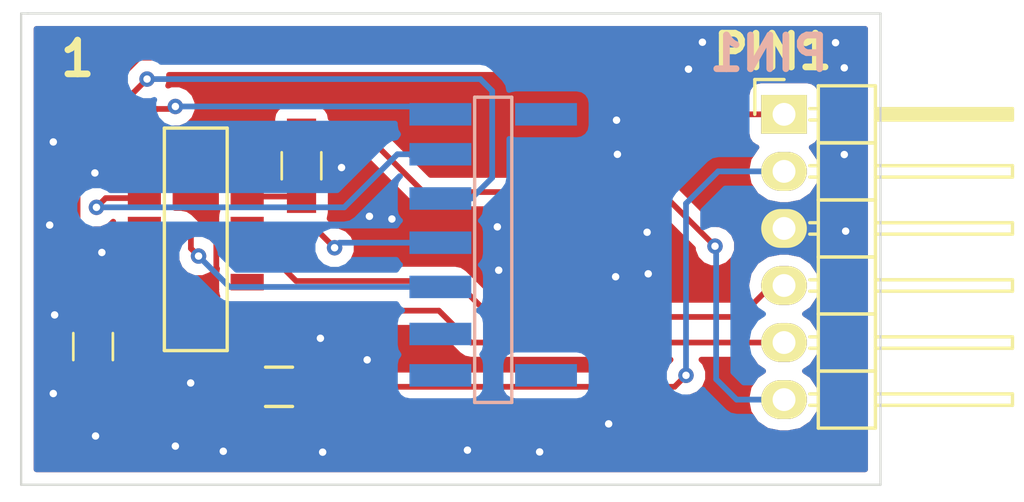
<source format=kicad_pcb>
(kicad_pcb (version 4) (host pcbnew "(2015-09-06 BZR 6161, Git 6b3ff2d)-product")

  (general
    (links 22)
    (no_connects 0)
    (area 29.794999 128.219999 81.330001 179.120001)
    (thickness 1.6)
    (drawings 8)
    (tracks 213)
    (zones 0)
    (modules 6)
    (nets 21)
  )

  (page A4)
  (layers
    (0 F.Cu signal)
    (31 B.Cu signal)
    (32 B.Adhes user)
    (33 F.Adhes user)
    (34 B.Paste user)
    (35 F.Paste user)
    (36 B.SilkS user)
    (37 F.SilkS user)
    (38 B.Mask user)
    (39 F.Mask user)
    (40 Dwgs.User user)
    (41 Cmts.User user)
    (42 Eco1.User user)
    (43 Eco2.User user)
    (44 Edge.Cuts user)
    (45 Margin user)
    (46 B.CrtYd user)
    (47 F.CrtYd user)
    (48 B.Fab user)
    (49 F.Fab user)
  )

  (setup
    (last_trace_width 0.254)
    (trace_clearance 0.254)
    (zone_clearance 0.508)
    (zone_45_only yes)
    (trace_min 0.2)
    (segment_width 0.2)
    (edge_width 0.1)
    (via_size 0.6858)
    (via_drill 0.3302)
    (via_min_size 0.4)
    (via_min_drill 0.3)
    (uvia_size 0.6858)
    (uvia_drill 0.3302)
    (uvias_allowed no)
    (uvia_min_size 0.2)
    (uvia_min_drill 0.1)
    (pcb_text_width 0.3)
    (pcb_text_size 1.5 1.5)
    (mod_edge_width 0.15)
    (mod_text_size 1 1)
    (mod_text_width 0.15)
    (pad_size 1.6 1.6)
    (pad_drill 0.8)
    (pad_to_mask_clearance 0)
    (aux_axis_origin 0 0)
    (visible_elements 7FFFFF7F)
    (pcbplotparams
      (layerselection 0x010f0_80000001)
      (usegerberextensions false)
      (excludeedgelayer true)
      (linewidth 0.100000)
      (plotframeref false)
      (viasonmask false)
      (mode 1)
      (useauxorigin false)
      (hpglpennumber 1)
      (hpglpenspeed 20)
      (hpglpendiameter 15)
      (hpglpenoverlay 2)
      (psnegative false)
      (psa4output false)
      (plotreference true)
      (plotvalue true)
      (plotinvisibletext false)
      (padsonsilk false)
      (subtractmaskfromsilk false)
      (outputformat 1)
      (mirror false)
      (drillshape 0)
      (scaleselection 1)
      (outputdirectory Gbr/))
  )

  (net 0 "")
  (net 1 "Net-(J1-Pad1)")
  (net 2 /JTAG_TMS)
  (net 3 /JTAG_TCK)
  (net 4 /JTAG_TDO)
  (net 5 /JTAG_TDI)
  (net 6 "Net-(J1-Pad12)")
  (net 7 "Net-(J1-Pad13)")
  (net 8 "Net-(J1-Pad14)")
  (net 9 GNDREF)
  (net 10 "Net-(J2-Pad6)")
  (net 11 "Net-(J2-Pad9)")
  (net 12 "Net-(J2-Pad12)")
  (net 13 /PIC_DRIVES_JTAG)
  (net 14 /VPP/~MCLR)
  (net 15 /VDDTarget)
  (net 16 /ICSPDAT/PGD)
  (net 17 /LVP)
  (net 18 /VCC_3V3)
  (net 19 /VCC_AUX)
  (net 20 /ICDPCLK/PGC)

  (net_class Default "This is the default net class."
    (clearance 0.254)
    (trace_width 0.254)
    (via_dia 0.6858)
    (via_drill 0.3302)
    (uvia_dia 0.6858)
    (uvia_drill 0.3302)
    (add_net /ICDPCLK/PGC)
    (add_net /ICSPDAT/PGD)
    (add_net /JTAG_TCK)
    (add_net /JTAG_TDI)
    (add_net /JTAG_TDO)
    (add_net /JTAG_TMS)
    (add_net /LVP)
    (add_net /PIC_DRIVES_JTAG)
    (add_net /VCC_3V3)
    (add_net /VCC_AUX)
    (add_net /VDDTarget)
    (add_net /VPP/~MCLR)
    (add_net GNDREF)
    (add_net "Net-(J1-Pad1)")
    (add_net "Net-(J1-Pad12)")
    (add_net "Net-(J1-Pad13)")
    (add_net "Net-(J1-Pad14)")
    (add_net "Net-(J2-Pad12)")
    (add_net "Net-(J2-Pad6)")
    (add_net "Net-(J2-Pad9)")
  )

  (module Resistors_SMD:R_0805_HandSoldering (layer F.Cu) (tedit 5BAD3CAB) (tstamp 5B44C67D)
    (at 91.48 147.47 270)
    (descr "Resistor SMD 0805, hand soldering")
    (tags "resistor 0805")
    (path /5B3419D1)
    (attr smd)
    (fp_text reference R1 (at 0 -1.7 270) (layer F.SilkS) hide
      (effects (font (size 1 1) (thickness 0.15)))
    )
    (fp_text value R (at 0 1.75 270) (layer F.Fab) hide
      (effects (font (size 1 1) (thickness 0.15)))
    )
    (fp_text user %R (at 0 0 270) (layer F.Fab) hide
      (effects (font (size 0.5 0.5) (thickness 0.075)))
    )
    (fp_line (start -1 0.62) (end -1 -0.62) (layer F.Fab) (width 0.1))
    (fp_line (start 1 0.62) (end -1 0.62) (layer F.Fab) (width 0.1))
    (fp_line (start 1 -0.62) (end 1 0.62) (layer F.Fab) (width 0.1))
    (fp_line (start -1 -0.62) (end 1 -0.62) (layer F.Fab) (width 0.1))
    (fp_line (start 0.6 0.88) (end -0.6 0.88) (layer F.SilkS) (width 0.12))
    (fp_line (start -0.6 -0.88) (end 0.6 -0.88) (layer F.SilkS) (width 0.12))
    (fp_line (start -2.35 -0.9) (end 2.35 -0.9) (layer F.CrtYd) (width 0.05))
    (fp_line (start -2.35 -0.9) (end -2.35 0.9) (layer F.CrtYd) (width 0.05))
    (fp_line (start 2.35 0.9) (end 2.35 -0.9) (layer F.CrtYd) (width 0.05))
    (fp_line (start 2.35 0.9) (end -2.35 0.9) (layer F.CrtYd) (width 0.05))
    (pad 1 smd rect (at -1.35 0 270) (size 1.5 1.3) (layers F.Cu F.Paste F.Mask)
      (net 13 /PIC_DRIVES_JTAG))
    (pad 2 smd rect (at 1.35 0 270) (size 1.5 1.3) (layers F.Cu F.Paste F.Mask)
      (net 9 GNDREF))
    (model ${KISYS3DMOD}/Resistors_SMD.3dshapes/R_0805.wrl
      (at (xyz 0 0 0))
      (scale (xyz 1 1 1))
      (rotate (xyz 0 0 0))
    )
  )

  (module Resistors_SMD:R_0805_HandSoldering (layer F.Cu) (tedit 5BAD3CA0) (tstamp 5B44C689)
    (at 100.75 139.42 270)
    (descr "Resistor SMD 0805, hand soldering")
    (tags "resistor 0805")
    (path /5B3BF22D)
    (attr smd)
    (fp_text reference R3 (at 0 -1.7 270) (layer F.SilkS) hide
      (effects (font (size 1 1) (thickness 0.15)))
    )
    (fp_text value R (at -6.31 -2.4 270) (layer F.Fab) hide
      (effects (font (size 1 1) (thickness 0.15)))
    )
    (fp_text user %R (at 0 0 270) (layer F.Fab) hide
      (effects (font (size 0.5 0.5) (thickness 0.075)))
    )
    (fp_line (start -1 0.62) (end -1 -0.62) (layer F.Fab) (width 0.1))
    (fp_line (start 1 0.62) (end -1 0.62) (layer F.Fab) (width 0.1))
    (fp_line (start 1 -0.62) (end 1 0.62) (layer F.Fab) (width 0.1))
    (fp_line (start -1 -0.62) (end 1 -0.62) (layer F.Fab) (width 0.1))
    (fp_line (start 0.6 0.88) (end -0.6 0.88) (layer F.SilkS) (width 0.12))
    (fp_line (start -0.6 -0.88) (end 0.6 -0.88) (layer F.SilkS) (width 0.12))
    (fp_line (start -2.35 -0.9) (end 2.35 -0.9) (layer F.CrtYd) (width 0.05))
    (fp_line (start -2.35 -0.9) (end -2.35 0.9) (layer F.CrtYd) (width 0.05))
    (fp_line (start 2.35 0.9) (end 2.35 -0.9) (layer F.CrtYd) (width 0.05))
    (fp_line (start 2.35 0.9) (end -2.35 0.9) (layer F.CrtYd) (width 0.05))
    (pad 1 smd rect (at -1.35 0 270) (size 1.5 1.3) (layers F.Cu F.Paste F.Mask)
      (net 17 /LVP))
    (pad 2 smd rect (at 1.35 0 270) (size 1.5 1.3) (layers F.Cu F.Paste F.Mask)
      (net 10 "Net-(J2-Pad6)"))
    (model ${KISYS3DMOD}/Resistors_SMD.3dshapes/R_0805.wrl
      (at (xyz 0 0 0))
      (scale (xyz 1 1 1))
      (rotate (xyz 0 0 0))
    )
  )

  (module Parts:930853 (layer F.Cu) (tedit 5BAD3C80) (tstamp 5B44C629)
    (at 98.46 138.25 270)
    (path /5B3A3385)
    (fp_text reference J2 (at 4.191 6.731 270) (layer F.SilkS) hide
      (effects (font (thickness 0.254)))
    )
    (fp_text value 930853 (at 11.38 -3.75 270) (layer F.Fab) hide
      (effects (font (size 1 1) (thickness 0.15)))
    )
    (fp_line (start -0.508 1.016) (end 9.398 1.016) (layer F.SilkS) (width 0.15))
    (fp_line (start 9.398 1.016) (end 9.398 3.81) (layer F.SilkS) (width 0.15))
    (fp_line (start 9.398 3.81) (end -0.508 3.81) (layer F.SilkS) (width 0.15))
    (fp_line (start -0.508 3.81) (end -0.508 1.016) (layer F.SilkS) (width 0.15))
    (pad 1 smd rect (at 0 4.699 270) (size 0.7366 1.4732) (layers F.Cu F.Paste F.Mask)
      (net 19 /VCC_AUX))
    (pad 2 smd rect (at 0 0.127 270) (size 0.7366 1.4732) (layers F.Cu F.Paste F.Mask)
      (net 9 GNDREF))
    (pad 3 smd rect (at 1.27 4.699 270) (size 0.7366 1.4732) (layers F.Cu F.Paste F.Mask)
      (net 3 /JTAG_TCK))
    (pad 4 smd rect (at 1.27 0.127 270) (size 0.7366 1.4732) (layers F.Cu F.Paste F.Mask)
      (net 9 GNDREF))
    (pad 6 smd rect (at 2.54 0.127 270) (size 0.7366 1.4732) (layers F.Cu F.Paste F.Mask)
      (net 10 "Net-(J2-Pad6)"))
    (pad 5 smd rect (at 2.54 4.699 270) (size 0.7366 1.4732) (layers F.Cu F.Paste F.Mask)
      (net 2 /JTAG_TMS))
    (pad 8 smd rect (at 3.81 0.127 270) (size 0.7366 1.4732) (layers F.Cu F.Paste F.Mask)
      (net 4 /JTAG_TDO))
    (pad 7 smd rect (at 3.81 4.699 270) (size 0.7366 1.4732) (layers F.Cu F.Paste F.Mask)
      (net 5 /JTAG_TDI))
    (pad 10 smd rect (at 5.08 0.127 270) (size 0.7366 1.4732) (layers F.Cu F.Paste F.Mask)
      (net 16 /ICSPDAT/PGD))
    (pad 9 smd rect (at 5.08 4.699 270) (size 0.7366 1.4732) (layers F.Cu F.Paste F.Mask)
      (net 11 "Net-(J2-Pad9)"))
    (pad 12 smd rect (at 6.35 0.127 270) (size 0.7366 1.4732) (layers F.Cu F.Paste F.Mask)
      (net 12 "Net-(J2-Pad12)"))
    (pad 11 smd rect (at 6.35 4.699 270) (size 0.7366 1.4732) (layers F.Cu F.Paste F.Mask)
      (net 14 /VPP/~MCLR))
    (pad 14 smd rect (at 7.62 0.127 270) (size 0.7366 1.4732) (layers F.Cu F.Paste F.Mask)
      (net 20 /ICDPCLK/PGC))
    (pad 13 smd rect (at 7.62 4.699 270) (size 0.7366 1.4732) (layers F.Cu F.Paste F.Mask)
      (net 13 /PIC_DRIVES_JTAG))
    (pad 16 smd rect (at 8.89 0.127 270) (size 0.7366 1.4732) (layers F.Cu F.Paste F.Mask)
      (net 18 /VCC_3V3))
    (pad 15 smd rect (at 8.89 4.699 270) (size 0.7366 1.4732) (layers F.Cu F.Paste F.Mask)
      (net 9 GNDREF))
  )

  (module Parts:930241 (layer B.Cu) (tedit 5BAD3C8B) (tstamp 5B44C615)
    (at 107.18 137.13 270)
    (path /5B3ACCAD)
    (fp_text reference J1 (at 6.477 -7.493 270) (layer B.SilkS) hide
      (effects (font (thickness 0.254)) (justify mirror))
    )
    (fp_text value 930241 (at 6.858 2.794 270) (layer B.Fab)
      (effects (font (size 1 1) (thickness 0.15)) (justify mirror))
    )
    (fp_line (start -0.762 -1.397) (end -0.762 -2.921) (layer B.SilkS) (width 0.15))
    (fp_line (start -0.762 -2.921) (end 12.827 -2.921) (layer B.SilkS) (width 0.15))
    (fp_line (start 12.827 -2.921) (end 12.827 -1.27) (layer B.SilkS) (width 0.15))
    (fp_line (start 12.827 -1.27) (end -0.762 -1.27) (layer B.SilkS) (width 0.15))
    (fp_line (start -0.762 -1.27) (end -0.762 -1.397) (layer B.SilkS) (width 0.15))
    (pad 1 smd rect (at 0 -4.445 270) (size 1 2.75) (layers B.Cu B.Paste B.Mask)
      (net 1 "Net-(J1-Pad1)"))
    (pad 2 smd rect (at 0 0.254 270) (size 1 2.75) (layers B.Cu B.Paste B.Mask)
      (net 19 /VCC_AUX))
    (pad 4 smd rect (at 1.778 0.254 270) (size 1 2.75) (layers B.Cu B.Paste B.Mask)
      (net 2 /JTAG_TMS))
    (pad 3 smd rect (at 1.778 -4.445 270) (size 1 2.75) (layers B.Cu B.Paste B.Mask)
      (net 9 GNDREF))
    (pad 6 smd rect (at 3.7465 0.254 270) (size 1 2.75) (layers B.Cu B.Paste B.Mask)
      (net 3 /JTAG_TCK))
    (pad 5 smd rect (at 3.7465 -4.445 270) (size 1 2.75) (layers B.Cu B.Paste B.Mask)
      (net 9 GNDREF))
    (pad 8 smd rect (at 5.715 0.254 270) (size 1 2.75) (layers B.Cu B.Paste B.Mask)
      (net 4 /JTAG_TDO))
    (pad 7 smd rect (at 5.715 -4.445 270) (size 1 2.75) (layers B.Cu B.Paste B.Mask)
      (net 9 GNDREF))
    (pad 10 smd rect (at 7.6835 0.254 270) (size 1 2.75) (layers B.Cu B.Paste B.Mask)
      (net 5 /JTAG_TDI))
    (pad 9 smd rect (at 7.6835 -4.445 270) (size 1 2.75) (layers B.Cu B.Paste B.Mask)
      (net 9 GNDREF))
    (pad 12 smd rect (at 9.779 0.254 270) (size 1 2.75) (layers B.Cu B.Paste B.Mask)
      (net 6 "Net-(J1-Pad12)"))
    (pad 11 smd rect (at 9.652 -4.445 270) (size 1 2.75) (layers B.Cu B.Paste B.Mask)
      (net 9 GNDREF))
    (pad 14 smd rect (at 11.6205 0.254 270) (size 1 2.75) (layers B.Cu B.Paste B.Mask)
      (net 8 "Net-(J1-Pad14)"))
    (pad 13 smd rect (at 11.6205 -4.445 270) (size 1 2.75) (layers B.Cu B.Paste B.Mask)
      (net 7 "Net-(J1-Pad13)"))
  )

  (module Resistors_SMD:R_0805_HandSoldering (layer F.Cu) (tedit 5BAD3C83) (tstamp 5BAD3560)
    (at 99.75 149.26)
    (descr "Resistor SMD 0805, hand soldering")
    (tags "resistor 0805")
    (path /5BAD4019)
    (attr smd)
    (fp_text reference R2 (at 0 -2.1) (layer F.SilkS) hide
      (effects (font (size 1 1) (thickness 0.15)))
    )
    (fp_text value R (at 1.5 -16.1) (layer F.Fab) hide
      (effects (font (size 1 1) (thickness 0.15)))
    )
    (fp_line (start -2.4 -1) (end 2.4 -1) (layer F.CrtYd) (width 0.05))
    (fp_line (start -2.4 1) (end 2.4 1) (layer F.CrtYd) (width 0.05))
    (fp_line (start -2.4 -1) (end -2.4 1) (layer F.CrtYd) (width 0.05))
    (fp_line (start 2.4 -1) (end 2.4 1) (layer F.CrtYd) (width 0.05))
    (fp_line (start 0.6 0.875) (end -0.6 0.875) (layer F.SilkS) (width 0.15))
    (fp_line (start -0.6 -0.875) (end 0.6 -0.875) (layer F.SilkS) (width 0.15))
    (pad 1 smd rect (at -1.35 0) (size 1.5 1.3) (layers F.Cu F.Paste F.Mask)
      (net 18 /VCC_3V3))
    (pad 2 smd rect (at 1.35 0) (size 1.5 1.3) (layers F.Cu F.Paste F.Mask)
      (net 15 /VDDTarget))
    (model Resistors_SMD.3dshapes/R_0805_HandSoldering.wrl
      (at (xyz 0 0 0))
      (scale (xyz 1 1 1))
      (rotate (xyz 0 0 0))
    )
  )

  (module Pin_Headers:Pin_Header_Angled_1x06 (layer F.Cu) (tedit 5BAD3C46) (tstamp 5BAD3675)
    (at 122.21 137.13)
    (descr "Through hole pin header")
    (tags "pin header")
    (path /5BAD3716)
    (fp_text reference J3 (at 0 -5.1) (layer F.SilkS) hide
      (effects (font (size 1 1) (thickness 0.15)))
    )
    (fp_text value 6PINHEADER (at 0 -3.1) (layer F.Fab) hide
      (effects (font (size 1 1) (thickness 0.15)))
    )
    (fp_line (start -1.5 -1.75) (end -1.5 14.45) (layer F.CrtYd) (width 0.05))
    (fp_line (start 10.65 -1.75) (end 10.65 14.45) (layer F.CrtYd) (width 0.05))
    (fp_line (start -1.5 -1.75) (end 10.65 -1.75) (layer F.CrtYd) (width 0.05))
    (fp_line (start -1.5 14.45) (end 10.65 14.45) (layer F.CrtYd) (width 0.05))
    (fp_line (start -1.3 -1.55) (end -1.3 0) (layer F.SilkS) (width 0.15))
    (fp_line (start 0 -1.55) (end -1.3 -1.55) (layer F.SilkS) (width 0.15))
    (fp_line (start 4.191 -0.127) (end 10.033 -0.127) (layer F.SilkS) (width 0.15))
    (fp_line (start 10.033 -0.127) (end 10.033 0.127) (layer F.SilkS) (width 0.15))
    (fp_line (start 10.033 0.127) (end 4.191 0.127) (layer F.SilkS) (width 0.15))
    (fp_line (start 4.191 0.127) (end 4.191 0) (layer F.SilkS) (width 0.15))
    (fp_line (start 4.191 0) (end 10.033 0) (layer F.SilkS) (width 0.15))
    (fp_line (start 1.524 -0.254) (end 1.143 -0.254) (layer F.SilkS) (width 0.15))
    (fp_line (start 1.524 0.254) (end 1.143 0.254) (layer F.SilkS) (width 0.15))
    (fp_line (start 1.524 2.286) (end 1.143 2.286) (layer F.SilkS) (width 0.15))
    (fp_line (start 1.524 2.794) (end 1.143 2.794) (layer F.SilkS) (width 0.15))
    (fp_line (start 1.524 4.826) (end 1.143 4.826) (layer F.SilkS) (width 0.15))
    (fp_line (start 1.524 5.334) (end 1.143 5.334) (layer F.SilkS) (width 0.15))
    (fp_line (start 1.524 12.954) (end 1.143 12.954) (layer F.SilkS) (width 0.15))
    (fp_line (start 1.524 12.446) (end 1.143 12.446) (layer F.SilkS) (width 0.15))
    (fp_line (start 1.524 10.414) (end 1.143 10.414) (layer F.SilkS) (width 0.15))
    (fp_line (start 1.524 9.906) (end 1.143 9.906) (layer F.SilkS) (width 0.15))
    (fp_line (start 1.524 7.874) (end 1.143 7.874) (layer F.SilkS) (width 0.15))
    (fp_line (start 1.524 7.366) (end 1.143 7.366) (layer F.SilkS) (width 0.15))
    (fp_line (start 1.524 -1.27) (end 4.064 -1.27) (layer F.SilkS) (width 0.15))
    (fp_line (start 1.524 1.27) (end 4.064 1.27) (layer F.SilkS) (width 0.15))
    (fp_line (start 1.524 1.27) (end 1.524 3.81) (layer F.SilkS) (width 0.15))
    (fp_line (start 1.524 3.81) (end 4.064 3.81) (layer F.SilkS) (width 0.15))
    (fp_line (start 4.064 2.286) (end 10.16 2.286) (layer F.SilkS) (width 0.15))
    (fp_line (start 10.16 2.286) (end 10.16 2.794) (layer F.SilkS) (width 0.15))
    (fp_line (start 10.16 2.794) (end 4.064 2.794) (layer F.SilkS) (width 0.15))
    (fp_line (start 4.064 3.81) (end 4.064 1.27) (layer F.SilkS) (width 0.15))
    (fp_line (start 4.064 1.27) (end 4.064 -1.27) (layer F.SilkS) (width 0.15))
    (fp_line (start 10.16 0.254) (end 4.064 0.254) (layer F.SilkS) (width 0.15))
    (fp_line (start 10.16 -0.254) (end 10.16 0.254) (layer F.SilkS) (width 0.15))
    (fp_line (start 4.064 -0.254) (end 10.16 -0.254) (layer F.SilkS) (width 0.15))
    (fp_line (start 1.524 1.27) (end 4.064 1.27) (layer F.SilkS) (width 0.15))
    (fp_line (start 1.524 -1.27) (end 1.524 1.27) (layer F.SilkS) (width 0.15))
    (fp_line (start 1.524 8.89) (end 4.064 8.89) (layer F.SilkS) (width 0.15))
    (fp_line (start 1.524 8.89) (end 1.524 11.43) (layer F.SilkS) (width 0.15))
    (fp_line (start 1.524 11.43) (end 4.064 11.43) (layer F.SilkS) (width 0.15))
    (fp_line (start 4.064 9.906) (end 10.16 9.906) (layer F.SilkS) (width 0.15))
    (fp_line (start 10.16 9.906) (end 10.16 10.414) (layer F.SilkS) (width 0.15))
    (fp_line (start 10.16 10.414) (end 4.064 10.414) (layer F.SilkS) (width 0.15))
    (fp_line (start 4.064 11.43) (end 4.064 8.89) (layer F.SilkS) (width 0.15))
    (fp_line (start 4.064 13.97) (end 4.064 11.43) (layer F.SilkS) (width 0.15))
    (fp_line (start 10.16 12.954) (end 4.064 12.954) (layer F.SilkS) (width 0.15))
    (fp_line (start 10.16 12.446) (end 10.16 12.954) (layer F.SilkS) (width 0.15))
    (fp_line (start 4.064 12.446) (end 10.16 12.446) (layer F.SilkS) (width 0.15))
    (fp_line (start 1.524 13.97) (end 4.064 13.97) (layer F.SilkS) (width 0.15))
    (fp_line (start 1.524 11.43) (end 1.524 13.97) (layer F.SilkS) (width 0.15))
    (fp_line (start 1.524 11.43) (end 4.064 11.43) (layer F.SilkS) (width 0.15))
    (fp_line (start 1.524 6.35) (end 4.064 6.35) (layer F.SilkS) (width 0.15))
    (fp_line (start 1.524 6.35) (end 1.524 8.89) (layer F.SilkS) (width 0.15))
    (fp_line (start 1.524 8.89) (end 4.064 8.89) (layer F.SilkS) (width 0.15))
    (fp_line (start 4.064 7.366) (end 10.16 7.366) (layer F.SilkS) (width 0.15))
    (fp_line (start 10.16 7.366) (end 10.16 7.874) (layer F.SilkS) (width 0.15))
    (fp_line (start 10.16 7.874) (end 4.064 7.874) (layer F.SilkS) (width 0.15))
    (fp_line (start 4.064 8.89) (end 4.064 6.35) (layer F.SilkS) (width 0.15))
    (fp_line (start 4.064 6.35) (end 4.064 3.81) (layer F.SilkS) (width 0.15))
    (fp_line (start 10.16 5.334) (end 4.064 5.334) (layer F.SilkS) (width 0.15))
    (fp_line (start 10.16 4.826) (end 10.16 5.334) (layer F.SilkS) (width 0.15))
    (fp_line (start 4.064 4.826) (end 10.16 4.826) (layer F.SilkS) (width 0.15))
    (fp_line (start 1.524 6.35) (end 4.064 6.35) (layer F.SilkS) (width 0.15))
    (fp_line (start 1.524 3.81) (end 1.524 6.35) (layer F.SilkS) (width 0.15))
    (fp_line (start 1.524 3.81) (end 4.064 3.81) (layer F.SilkS) (width 0.15))
    (pad 1 thru_hole rect (at 0 0) (size 2.032 1.7272) (drill 1.016) (layers *.Cu *.Mask F.SilkS)
      (net 14 /VPP/~MCLR))
    (pad 2 thru_hole oval (at 0 2.54) (size 2.032 1.7272) (drill 1.016) (layers *.Cu *.Mask F.SilkS)
      (net 15 /VDDTarget))
    (pad 3 thru_hole oval (at 0 5.08) (size 2.032 1.7272) (drill 1.016) (layers *.Cu *.Mask F.SilkS)
      (net 9 GNDREF))
    (pad 4 thru_hole oval (at 0 7.62) (size 2.032 1.7272) (drill 1.016) (layers *.Cu *.Mask F.SilkS)
      (net 16 /ICSPDAT/PGD))
    (pad 5 thru_hole oval (at 0 10.16) (size 2.032 1.7272) (drill 1.016) (layers *.Cu *.Mask F.SilkS)
      (net 20 /ICDPCLK/PGC))
    (pad 6 thru_hole oval (at 0 12.7) (size 2.032 1.7272) (drill 1.016) (layers *.Cu *.Mask F.SilkS)
      (net 17 /LVP))
    (model Pin_Headers.3dshapes/Pin_Header_Angled_1x06.wrl
      (at (xyz 0 -0.25 0))
      (scale (xyz 1 1 1))
      (rotate (xyz 0 0 90))
    )
  )

  (gr_text 1 (at 90.79 134.65) (layer F.SilkS)
    (effects (font (size 1.5 1.5) (thickness 0.3)))
  )
  (gr_text PIN1 (at 121.54 134.42) (layer B.SilkS)
    (effects (font (size 1.5 1.5) (thickness 0.3)) (justify mirror))
  )
  (gr_text PIN1 (at 121.71 134.34) (layer F.SilkS)
    (effects (font (size 1.5 1.5) (thickness 0.3)))
  )
  (gr_line (start 88.28 132.64) (end 88.63 132.64) (angle 90) (layer Edge.Cuts) (width 0.1))
  (gr_line (start 88.28 153.62) (end 88.28 132.64) (angle 90) (layer Edge.Cuts) (width 0.1))
  (gr_line (start 126.5 153.62) (end 88.28 153.62) (angle 90) (layer Edge.Cuts) (width 0.1))
  (gr_line (start 126.5 132.64) (end 126.5 153.62) (angle 90) (layer Edge.Cuts) (width 0.1))
  (gr_line (start 88.54 132.64) (end 126.5 132.64) (angle 90) (layer Edge.Cuts) (width 0.1))

  (segment (start 106.926 138.908) (end 105.012 138.908) (width 0.254) (layer B.Cu) (net 2))
  (segment (start 92.04 140.86) (end 93.691 140.86) (width 0.254) (layer F.Cu) (net 2) (tstamp 5BAD3A80))
  (segment (start 91.63 141.27) (end 92.04 140.86) (width 0.254) (layer F.Cu) (net 2) (tstamp 5BAD3A7F))
  (via (at 91.63 141.27) (size 0.6858) (drill 0.3302) (layers F.Cu B.Cu) (net 2))
  (segment (start 102.65 141.27) (end 91.63 141.27) (width 0.254) (layer B.Cu) (net 2) (tstamp 5BAD3A77))
  (segment (start 105.012 138.908) (end 102.65 141.27) (width 0.254) (layer B.Cu) (net 2) (tstamp 5BAD3A6E))
  (segment (start 93.691 140.86) (end 93.761 140.79) (width 0.254) (layer F.Cu) (net 2) (tstamp 5BAD3A81))
  (segment (start 106.926 140.8765) (end 108.3035 140.8765) (width 0.254) (layer B.Cu) (net 3))
  (segment (start 92.54 139.52) (end 93.761 139.52) (width 0.254) (layer F.Cu) (net 3) (tstamp 5BAD3AD0))
  (segment (start 92.24 139.22) (end 92.54 139.52) (width 0.254) (layer F.Cu) (net 3) (tstamp 5BAD3ACC))
  (segment (start 92.24 137.2) (end 92.24 139.22) (width 0.254) (layer F.Cu) (net 3) (tstamp 5BAD3ACA))
  (segment (start 93.88 135.56) (end 92.24 137.2) (width 0.254) (layer F.Cu) (net 3) (tstamp 5BAD3AC9))
  (via (at 93.88 135.56) (size 0.6858) (drill 0.3302) (layers F.Cu B.Cu) (net 3))
  (segment (start 108.7 135.56) (end 93.88 135.56) (width 0.254) (layer B.Cu) (net 3) (tstamp 5BAD3AC2))
  (segment (start 109.23 136.09) (end 108.7 135.56) (width 0.254) (layer B.Cu) (net 3) (tstamp 5BAD3AC1))
  (segment (start 109.23 139.95) (end 109.23 136.09) (width 0.254) (layer B.Cu) (net 3) (tstamp 5BAD3ABE))
  (segment (start 108.3035 140.8765) (end 109.23 139.95) (width 0.254) (layer B.Cu) (net 3) (tstamp 5BAD3ABC))
  (segment (start 106.926 142.845) (end 102.445 142.845) (width 0.254) (layer B.Cu) (net 4))
  (segment (start 101.21 142.06) (end 98.333 142.06) (width 0.254) (layer F.Cu) (net 4) (tstamp 5BAD3B3D))
  (segment (start 102.22 143.07) (end 101.21 142.06) (width 0.254) (layer F.Cu) (net 4) (tstamp 5BAD3B3C))
  (via (at 102.22 143.07) (size 0.6858) (drill 0.3302) (layers F.Cu B.Cu) (net 4))
  (segment (start 102.445 142.845) (end 102.22 143.07) (width 0.254) (layer B.Cu) (net 4) (tstamp 5BAD3B37))
  (segment (start 106.926 144.8135) (end 97.5435 144.8135) (width 0.254) (layer B.Cu) (net 5))
  (segment (start 95.4 142.06) (end 93.761 142.06) (width 0.254) (layer F.Cu) (net 5) (tstamp 5BAD38F1))
  (segment (start 95.83 142.49) (end 95.4 142.06) (width 0.254) (layer F.Cu) (net 5) (tstamp 5BAD38EB))
  (segment (start 95.83 143.1) (end 95.83 142.49) (width 0.254) (layer F.Cu) (net 5) (tstamp 5BAD38E9))
  (segment (start 96.17 143.44) (end 95.83 143.1) (width 0.254) (layer F.Cu) (net 5) (tstamp 5BAD38E8))
  (via (at 96.17 143.44) (size 0.6858) (drill 0.3302) (layers F.Cu B.Cu) (net 5))
  (segment (start 97.5435 144.8135) (end 96.17 143.44) (width 0.254) (layer B.Cu) (net 5) (tstamp 5BAD38E1))
  (segment (start 114.72 144.36) (end 109.81 144.36) (width 0.254) (layer F.Cu) (net 9))
  (via (at 102.53 139.5) (size 0.6858) (drill 0.3302) (layers F.Cu B.Cu) (net 9))
  (segment (start 102.53 140.43) (end 102.53 139.5) (width 0.254) (layer F.Cu) (net 9) (tstamp 5BAD3FB2))
  (segment (start 103.77 141.67) (end 102.53 140.43) (width 0.254) (layer F.Cu) (net 9) (tstamp 5BAD3FB1))
  (via (at 103.77 141.67) (size 0.6858) (drill 0.3302) (layers F.Cu B.Cu) (net 9))
  (segment (start 104.65 141.67) (end 103.77 141.67) (width 0.254) (layer B.Cu) (net 9) (tstamp 5BAD3FAF))
  (segment (start 104.77 141.79) (end 104.65 141.67) (width 0.254) (layer B.Cu) (net 9) (tstamp 5BAD3FAE))
  (via (at 104.77 141.79) (size 0.6858) (drill 0.3302) (layers F.Cu B.Cu) (net 9))
  (segment (start 109.11 141.79) (end 104.77 141.79) (width 0.254) (layer F.Cu) (net 9) (tstamp 5BAD3FAC))
  (segment (start 109.46 142.14) (end 109.11 141.79) (width 0.254) (layer F.Cu) (net 9) (tstamp 5BAD3FAB))
  (via (at 109.46 142.14) (size 0.6858) (drill 0.3302) (layers F.Cu B.Cu) (net 9))
  (segment (start 109.46 144.01) (end 109.46 142.14) (width 0.254) (layer B.Cu) (net 9) (tstamp 5BAD3FA9))
  (segment (start 109.52 144.07) (end 109.46 144.01) (width 0.254) (layer B.Cu) (net 9) (tstamp 5BAD3FA8))
  (via (at 109.52 144.07) (size 0.6858) (drill 0.3302) (layers F.Cu B.Cu) (net 9))
  (segment (start 109.81 144.36) (end 109.52 144.07) (width 0.254) (layer F.Cu) (net 9) (tstamp 5BAD3FA1))
  (segment (start 89.77 146.06) (end 89.77 144.71) (width 0.254) (layer B.Cu) (net 9))
  (segment (start 91.87 143.28) (end 91.89 143.3) (width 0.254) (layer F.Cu) (net 9) (tstamp 5BAD3F7A))
  (via (at 91.87 143.28) (size 0.6858) (drill 0.3302) (layers F.Cu B.Cu) (net 9))
  (segment (start 91.2 143.28) (end 91.87 143.28) (width 0.254) (layer B.Cu) (net 9) (tstamp 5BAD3F76))
  (segment (start 89.77 144.71) (end 91.2 143.28) (width 0.254) (layer B.Cu) (net 9) (tstamp 5BAD3F73))
  (segment (start 91.59 151.45) (end 91.59 151.44) (width 0.254) (layer B.Cu) (net 9))
  (segment (start 91.56 139.74) (end 91.56 139.88) (width 0.254) (layer F.Cu) (net 9) (tstamp 5BAD3F40))
  (via (at 91.56 139.74) (size 0.6858) (drill 0.3302) (layers F.Cu B.Cu) (net 9))
  (segment (start 91.09 139.74) (end 91.56 139.74) (width 0.254) (layer B.Cu) (net 9) (tstamp 5BAD3F3D))
  (segment (start 89.71 138.36) (end 91.09 139.74) (width 0.254) (layer B.Cu) (net 9) (tstamp 5BAD3F3C))
  (via (at 89.71 138.36) (size 0.6858) (drill 0.3302) (layers F.Cu B.Cu) (net 9))
  (segment (start 89.71 141.9) (end 89.71 138.36) (width 0.254) (layer F.Cu) (net 9) (tstamp 5BAD3F3A))
  (segment (start 89.55 142.06) (end 89.71 141.9) (width 0.254) (layer F.Cu) (net 9) (tstamp 5BAD3F39))
  (via (at 89.55 142.06) (size 0.6858) (drill 0.3302) (layers F.Cu B.Cu) (net 9))
  (segment (start 89.55 145.84) (end 89.55 142.06) (width 0.254) (layer B.Cu) (net 9) (tstamp 5BAD3F37))
  (segment (start 89.77 146.06) (end 89.55 145.84) (width 0.254) (layer B.Cu) (net 9) (tstamp 5BAD3F36))
  (via (at 89.77 146.06) (size 0.6858) (drill 0.3302) (layers F.Cu B.Cu) (net 9))
  (segment (start 89.77 149.5) (end 89.77 146.06) (width 0.254) (layer F.Cu) (net 9) (tstamp 5BAD3F34))
  (segment (start 89.71 149.56) (end 89.77 149.5) (width 0.254) (layer F.Cu) (net 9) (tstamp 5BAD3F33))
  (via (at 89.71 149.56) (size 0.6858) (drill 0.3302) (layers F.Cu B.Cu) (net 9))
  (segment (start 91.59 151.44) (end 89.71 149.56) (width 0.254) (layer B.Cu) (net 9) (tstamp 5BAD3F30))
  (segment (start 114.8 138.91) (end 114.8 138.28) (width 0.254) (layer B.Cu) (net 9))
  (via (at 124.95 142.33) (size 0.6858) (drill 0.3302) (layers F.Cu B.Cu) (net 9))
  (segment (start 124.95 138.98) (end 124.95 142.33) (width 0.254) (layer F.Cu) (net 9) (tstamp 5BAD3F28))
  (segment (start 124.89 138.92) (end 124.95 138.98) (width 0.254) (layer F.Cu) (net 9) (tstamp 5BAD3F27))
  (via (at 124.89 138.92) (size 0.6858) (drill 0.3302) (layers F.Cu B.Cu) (net 9))
  (segment (start 124.89 135.06) (end 124.89 138.92) (width 0.254) (layer B.Cu) (net 9) (tstamp 5BAD3F24))
  (via (at 124.89 135.06) (size 0.6858) (drill 0.3302) (layers F.Cu B.Cu) (net 9))
  (segment (start 123.94 135.06) (end 124.89 135.06) (width 0.254) (layer F.Cu) (net 9) (tstamp 5BAD3F22))
  (segment (start 124.5 133.94) (end 123.94 135.06) (width 0.254) (layer F.Cu) (net 9) (tstamp 5BAD3F21))
  (via (at 124.5 133.94) (size 0.6858) (drill 0.3302) (layers F.Cu B.Cu) (net 9))
  (segment (start 118.7 134.04) (end 124.5 133.94) (width 0.254) (layer B.Cu) (net 9) (tstamp 5BAD3F1F))
  (segment (start 118.58 133.92) (end 118.7 134.04) (width 0.254) (layer B.Cu) (net 9) (tstamp 5BAD3F1E))
  (via (at 118.58 133.92) (size 0.6858) (drill 0.3302) (layers F.Cu B.Cu) (net 9))
  (segment (start 118.86 134.22) (end 118.58 133.92) (width 0.254) (layer F.Cu) (net 9) (tstamp 5BAD3F1C))
  (segment (start 117.96 135.12) (end 118.86 134.22) (width 0.254) (layer F.Cu) (net 9) (tstamp 5BAD3F1B))
  (via (at 117.96 135.12) (size 0.6858) (drill 0.3302) (layers F.Cu B.Cu) (net 9))
  (segment (start 114.8 138.28) (end 117.96 135.12) (width 0.254) (layer B.Cu) (net 9) (tstamp 5BAD3F17))
  (segment (start 105.22 150.91) (end 106.96 150.91) (width 0.254) (layer F.Cu) (net 9))
  (segment (start 112.59 150.91) (end 114.41 150.91) (width 0.254) (layer F.Cu) (net 9) (tstamp 5BAD3EB8))
  (segment (start 111.34 152.16) (end 112.59 150.91) (width 0.254) (layer F.Cu) (net 9) (tstamp 5BAD3EB7))
  (via (at 111.34 152.16) (size 0.6858) (drill 0.3302) (layers F.Cu B.Cu) (net 9))
  (segment (start 108.21 152.16) (end 111.34 152.16) (width 0.254) (layer B.Cu) (net 9) (tstamp 5BAD3EB5))
  (segment (start 108.13 152.08) (end 108.21 152.16) (width 0.254) (layer B.Cu) (net 9) (tstamp 5BAD3EB4))
  (via (at 108.13 152.08) (size 0.6858) (drill 0.3302) (layers F.Cu B.Cu) (net 9))
  (segment (start 106.96 150.91) (end 108.13 152.08) (width 0.254) (layer F.Cu) (net 9) (tstamp 5BAD3EB1))
  (segment (start 111.625 142.845) (end 114.785 142.845) (width 0.254) (layer B.Cu) (net 9))
  (segment (start 114.6165 140.8765) (end 111.625 140.8765) (width 0.254) (layer B.Cu) (net 9) (tstamp 5BAD3EA0))
  (segment (start 116.12 142.38) (end 114.6165 140.8765) (width 0.254) (layer B.Cu) (net 9) (tstamp 5BAD3E9F))
  (via (at 116.12 142.38) (size 0.6858) (drill 0.3302) (layers F.Cu B.Cu) (net 9))
  (segment (start 116.12 144.18) (end 116.12 142.38) (width 0.254) (layer F.Cu) (net 9) (tstamp 5BAD3E9D))
  (segment (start 116.17 144.23) (end 116.12 144.18) (width 0.254) (layer F.Cu) (net 9) (tstamp 5BAD3E9C))
  (via (at 116.17 144.23) (size 0.6858) (drill 0.3302) (layers F.Cu B.Cu) (net 9))
  (segment (start 114.785 142.845) (end 116.17 144.23) (width 0.254) (layer B.Cu) (net 9) (tstamp 5BAD3E93))
  (segment (start 114.83 142.65) (end 114.83 138.94) (width 0.254) (layer B.Cu) (net 9))
  (segment (start 113.242 138.908) (end 111.625 138.908) (width 0.254) (layer B.Cu) (net 9) (tstamp 5BAD3E81))
  (segment (start 114.76 137.39) (end 113.242 138.908) (width 0.254) (layer B.Cu) (net 9) (tstamp 5BAD3E80))
  (via (at 114.76 137.39) (size 0.6858) (drill 0.3302) (layers F.Cu B.Cu) (net 9))
  (segment (start 114.76 138.87) (end 114.76 137.39) (width 0.254) (layer F.Cu) (net 9) (tstamp 5BAD3E7D))
  (segment (start 114.8 138.91) (end 114.76 138.87) (width 0.254) (layer F.Cu) (net 9) (tstamp 5BAD3E7C))
  (via (at 114.8 138.91) (size 0.6858) (drill 0.3302) (layers F.Cu B.Cu) (net 9))
  (segment (start 114.83 138.94) (end 114.8 138.91) (width 0.254) (layer B.Cu) (net 9) (tstamp 5BAD3E79))
  (segment (start 111.48 144.89) (end 114.19 144.89) (width 0.254) (layer F.Cu) (net 9))
  (segment (start 114.83 144.25) (end 114.83 142.65) (width 0.254) (layer B.Cu) (net 9) (tstamp 5BAD3E6B))
  (segment (start 114.72 144.36) (end 114.83 144.25) (width 0.254) (layer B.Cu) (net 9) (tstamp 5BAD3E6A))
  (via (at 114.72 144.36) (size 0.6858) (drill 0.3302) (layers F.Cu B.Cu) (net 9))
  (segment (start 114.19 144.89) (end 114.72 144.36) (width 0.254) (layer F.Cu) (net 9) (tstamp 5BAD3E67))
  (via (at 101.59 147.1) (size 0.6858) (drill 0.3302) (layers F.Cu B.Cu) (net 9))
  (segment (start 101.59 147.1) (end 101.59 147.08) (width 0.254) (layer B.Cu) (net 9) (tstamp 5BAD3E25))
  (segment (start 97.27 152.13) (end 101.65 152.13) (width 0.254) (layer F.Cu) (net 9))
  (segment (start 102.71 147.1) (end 101.59 147.1) (width 0.254) (layer F.Cu) (net 9) (tstamp 5BAD3DFD))
  (segment (start 101.59 147.1) (end 101.42 147.1) (width 0.254) (layer F.Cu) (net 9) (tstamp 5BAD3E22))
  (segment (start 103.67 148.06) (end 102.71 147.1) (width 0.254) (layer F.Cu) (net 9) (tstamp 5BAD3DFC))
  (via (at 103.67 148.06) (size 0.6858) (drill 0.3302) (layers F.Cu B.Cu) (net 9))
  (segment (start 103.36 148.37) (end 103.67 148.06) (width 0.254) (layer B.Cu) (net 9) (tstamp 5BAD3DF8))
  (segment (start 103.36 150.5) (end 103.36 148.37) (width 0.254) (layer B.Cu) (net 9) (tstamp 5BAD3DF7))
  (segment (start 101.69 152.17) (end 103.36 150.5) (width 0.254) (layer B.Cu) (net 9) (tstamp 5BAD3DF6))
  (via (at 101.69 152.17) (size 0.6858) (drill 0.3302) (layers F.Cu B.Cu) (net 9))
  (segment (start 101.65 152.13) (end 101.69 152.17) (width 0.254) (layer F.Cu) (net 9) (tstamp 5BAD3DF0))
  (segment (start 93.42 148.82) (end 93.42 149.62) (width 0.254) (layer F.Cu) (net 9))
  (via (at 95.82 149.09) (size 0.6858) (drill 0.3302) (layers F.Cu B.Cu) (net 9))
  (segment (start 95.82 150.68) (end 95.82 149.09) (width 0.254) (layer B.Cu) (net 9) (tstamp 5BAD3DDA))
  (segment (start 97.27 152.13) (end 95.82 150.68) (width 0.254) (layer B.Cu) (net 9) (tstamp 5BAD3DD9))
  (via (at 97.27 152.13) (size 0.6858) (drill 0.3302) (layers F.Cu B.Cu) (net 9))
  (segment (start 95.37 152.13) (end 97.27 152.13) (width 0.254) (layer F.Cu) (net 9) (tstamp 5BAD3DD7))
  (segment (start 95.14 151.9) (end 95.37 152.13) (width 0.254) (layer F.Cu) (net 9) (tstamp 5BAD3DD6))
  (via (at 95.14 151.9) (size 0.6858) (drill 0.3302) (layers F.Cu B.Cu) (net 9))
  (segment (start 92.04 151.9) (end 95.14 151.9) (width 0.254) (layer B.Cu) (net 9) (tstamp 5BAD3DD4))
  (segment (start 91.59 151.45) (end 92.04 151.9) (width 0.254) (layer B.Cu) (net 9) (tstamp 5BAD3DD3))
  (via (at 91.59 151.45) (size 0.6858) (drill 0.3302) (layers F.Cu B.Cu) (net 9))
  (segment (start 93.42 149.62) (end 91.59 151.45) (width 0.254) (layer F.Cu) (net 9) (tstamp 5BAD3DD1))
  (segment (start 114.41 150.91) (end 120.17 150.91) (width 0.254) (layer F.Cu) (net 9))
  (segment (start 120.17 150.91) (end 121.24 151.98) (width 0.254) (layer F.Cu) (net 9) (tstamp 5BAD3BDE))
  (segment (start 121.24 151.98) (end 123.26 151.98) (width 0.254) (layer F.Cu) (net 9) (tstamp 5BAD3BE2))
  (segment (start 123.26 151.98) (end 124.24 151) (width 0.254) (layer F.Cu) (net 9) (tstamp 5BAD3BE7))
  (segment (start 124.24 151) (end 124.24 144.24) (width 0.254) (layer F.Cu) (net 9) (tstamp 5BAD3BE8))
  (segment (start 124.24 144.24) (end 122.21 142.21) (width 0.254) (layer F.Cu) (net 9) (tstamp 5BAD3BE9))
  (segment (start 91.48 148.82) (end 93.42 148.82) (width 0.254) (layer F.Cu) (net 9))
  (segment (start 93.42 148.82) (end 93.46 148.82) (width 0.254) (layer F.Cu) (net 9) (tstamp 5BAD3DCF))
  (segment (start 93.46 148.82) (end 95.55 150.91) (width 0.254) (layer F.Cu) (net 9) (tstamp 5BAD3BA7))
  (segment (start 114.552 146.782) (end 111.625 146.782) (width 0.254) (layer B.Cu) (net 9) (tstamp 5BAD3BBB))
  (via (at 114.41 150.91) (size 0.6858) (drill 0.3302) (layers F.Cu B.Cu) (net 9))
  (segment (start 114.41 150.91) (end 115.33 149.99) (width 0.254) (layer B.Cu) (net 9) (tstamp 5BAD3BB5))
  (segment (start 115.33 149.99) (end 115.33 147.56) (width 0.254) (layer B.Cu) (net 9) (tstamp 5BAD3BB6))
  (segment (start 115.33 147.56) (end 114.552 146.782) (width 0.254) (layer B.Cu) (net 9) (tstamp 5BAD3BB7))
  (segment (start 95.55 150.91) (end 105.22 150.91) (width 0.254) (layer F.Cu) (net 9) (tstamp 5BAD3BAC))
  (segment (start 111.625 146.782) (end 111.625 144.8135) (width 0.254) (layer B.Cu) (net 9) (tstamp 5BAD3BBC))
  (segment (start 111.625 144.8135) (end 111.625 142.845) (width 0.254) (layer B.Cu) (net 9) (tstamp 5BAD3BBD))
  (segment (start 111.625 140.8765) (end 111.625 138.908) (width 0.254) (layer B.Cu) (net 9) (tstamp 5BAD3BC1))
  (segment (start 98.333 139.52) (end 98.333 138.25) (width 0.254) (layer F.Cu) (net 9))
  (segment (start 93.761 147.14) (end 94.76 147.14) (width 0.254) (layer F.Cu) (net 9))
  (segment (start 96.24 140.343) (end 98.333 138.25) (width 0.254) (layer F.Cu) (net 9) (tstamp 5BAD3B6D))
  (segment (start 96.24 140.94) (end 96.24 140.343) (width 0.254) (layer F.Cu) (net 9) (tstamp 5BAD3B6A))
  (segment (start 96.96 141.66) (end 96.24 140.94) (width 0.254) (layer F.Cu) (net 9) (tstamp 5BAD3B65))
  (segment (start 96.96 144.94) (end 96.96 141.66) (width 0.254) (layer F.Cu) (net 9) (tstamp 5BAD3B60))
  (segment (start 94.76 147.14) (end 96.96 144.94) (width 0.254) (layer F.Cu) (net 9) (tstamp 5BAD3B5E))
  (segment (start 93.73 148.55) (end 93.73 147.171) (width 0.254) (layer F.Cu) (net 9) (tstamp 5BAD3B51))
  (segment (start 93.46 148.82) (end 93.73 148.55) (width 0.254) (layer F.Cu) (net 9) (tstamp 5BAD3B4C))
  (segment (start 93.73 147.171) (end 93.761 147.14) (width 0.254) (layer F.Cu) (net 9) (tstamp 5BAD3B53))
  (segment (start 98.333 140.79) (end 100.73 140.79) (width 0.254) (layer F.Cu) (net 10))
  (segment (start 100.73 140.79) (end 100.75 140.77) (width 0.254) (layer F.Cu) (net 10) (tstamp 5BAD3874))
  (segment (start 91.48 146.12) (end 93.511 146.12) (width 0.254) (layer F.Cu) (net 13))
  (segment (start 93.511 146.12) (end 93.761 145.87) (width 0.254) (layer F.Cu) (net 13) (tstamp 5BAD3A1D))
  (segment (start 117.26 137.13) (end 117.24 137.13) (width 0.254) (layer F.Cu) (net 14))
  (segment (start 114.72 134.61) (end 112.85 134.61) (width 0.254) (layer F.Cu) (net 14) (tstamp 5BAD3D41))
  (segment (start 117.24 137.13) (end 114.72 134.61) (width 0.254) (layer F.Cu) (net 14) (tstamp 5BAD3D40))
  (segment (start 95.1 134.61) (end 112.85 134.61) (width 0.254) (layer F.Cu) (net 14))
  (segment (start 90.79 137.35) (end 90.79 143.68) (width 0.254) (layer F.Cu) (net 14) (tstamp 5BAD3AF3))
  (segment (start 93.53 134.61) (end 90.79 137.35) (width 0.254) (layer F.Cu) (net 14) (tstamp 5BAD3AE9))
  (segment (start 95.1 134.61) (end 93.53 134.61) (width 0.254) (layer F.Cu) (net 14) (tstamp 5BAD3D36))
  (segment (start 91.71 144.6) (end 93.761 144.6) (width 0.254) (layer F.Cu) (net 14) (tstamp 5BAD3A46))
  (segment (start 90.79 143.68) (end 91.71 144.6) (width 0.254) (layer F.Cu) (net 14) (tstamp 5BAD3AF9))
  (segment (start 122.21 137.13) (end 117.26 137.13) (width 0.254) (layer F.Cu) (net 14))
  (segment (start 122.21 137.13) (end 122.09 137.13) (width 0.254) (layer F.Cu) (net 14))
  (segment (start 122.21 139.67) (end 119.28 139.67) (width 0.254) (layer B.Cu) (net 15))
  (segment (start 117.34 149.26) (end 101.1 149.26) (width 0.254) (layer F.Cu) (net 15) (tstamp 5BAD3889))
  (segment (start 117.85 148.75) (end 117.34 149.26) (width 0.254) (layer F.Cu) (net 15) (tstamp 5BAD3888))
  (via (at 117.85 148.75) (size 0.6858) (drill 0.3302) (layers F.Cu B.Cu) (net 15))
  (segment (start 117.85 141.1) (end 117.85 148.75) (width 0.254) (layer B.Cu) (net 15) (tstamp 5BAD3885))
  (segment (start 119.28 139.67) (end 117.85 141.1) (width 0.254) (layer B.Cu) (net 15) (tstamp 5BAD3884))
  (segment (start 122.21 144.75) (end 121.65 144.75) (width 0.254) (layer F.Cu) (net 16))
  (segment (start 121.65 144.75) (end 120.25 146.15) (width 0.254) (layer F.Cu) (net 16) (tstamp 5BAD3B18))
  (segment (start 100.51 144.55) (end 99.29 143.33) (width 0.254) (layer F.Cu) (net 16) (tstamp 5BAD3B27))
  (segment (start 107.59 144.55) (end 100.51 144.55) (width 0.254) (layer F.Cu) (net 16) (tstamp 5BAD3B25))
  (segment (start 109.19 146.15) (end 107.59 144.55) (width 0.254) (layer F.Cu) (net 16) (tstamp 5BAD3B1F))
  (segment (start 120.25 146.15) (end 109.19 146.15) (width 0.254) (layer F.Cu) (net 16) (tstamp 5BAD3B1B))
  (segment (start 99.29 143.33) (end 98.333 143.33) (width 0.254) (layer F.Cu) (net 16) (tstamp 5BAD3B2B))
  (segment (start 100.75 138.07) (end 103.65 138.07) (width 0.254) (layer F.Cu) (net 17))
  (segment (start 120.1 149.83) (end 122.21 149.83) (width 0.254) (layer B.Cu) (net 17) (tstamp 5BAD3881))
  (segment (start 119.19 148.92) (end 120.1 149.83) (width 0.254) (layer B.Cu) (net 17) (tstamp 5BAD3880))
  (segment (start 119.19 143.05) (end 119.19 148.92) (width 0.254) (layer B.Cu) (net 17) (tstamp 5BAD387F))
  (segment (start 119.14 143) (end 119.19 143.05) (width 0.254) (layer B.Cu) (net 17) (tstamp 5BAD387E))
  (via (at 119.14 143) (size 0.6858) (drill 0.3302) (layers F.Cu B.Cu) (net 17))
  (segment (start 116.73 140.59) (end 119.14 143) (width 0.254) (layer F.Cu) (net 17) (tstamp 5BAD387B))
  (segment (start 106.17 140.59) (end 116.73 140.59) (width 0.254) (layer F.Cu) (net 17) (tstamp 5BAD3879))
  (segment (start 103.65 138.07) (end 106.17 140.59) (width 0.254) (layer F.Cu) (net 17) (tstamp 5BAD3877))
  (segment (start 98.4 149.26) (end 98.4 147.207) (width 0.254) (layer F.Cu) (net 18))
  (segment (start 98.4 147.207) (end 98.333 147.14) (width 0.254) (layer F.Cu) (net 18) (tstamp 5BAD388D))
  (segment (start 106.926 137.13) (end 106.926 137.026) (width 0.254) (layer B.Cu) (net 19))
  (segment (start 106.926 137.026) (end 106.68 136.78) (width 0.254) (layer B.Cu) (net 19) (tstamp 5BAD3A90))
  (segment (start 106.68 136.78) (end 95.14 136.78) (width 0.254) (layer B.Cu) (net 19) (tstamp 5BAD3A94))
  (via (at 95.14 136.78) (size 0.6858) (drill 0.3302) (layers F.Cu B.Cu) (net 19))
  (segment (start 95.14 136.78) (end 95.03 136.89) (width 0.254) (layer F.Cu) (net 19) (tstamp 5BAD3A99))
  (segment (start 95.03 136.89) (end 94.3 136.89) (width 0.254) (layer F.Cu) (net 19) (tstamp 5BAD3A9A))
  (segment (start 94.3 136.89) (end 93.761 137.429) (width 0.254) (layer F.Cu) (net 19) (tstamp 5BAD3A9E))
  (segment (start 93.761 137.429) (end 93.761 138.25) (width 0.254) (layer F.Cu) (net 19) (tstamp 5BAD3AA0))
  (segment (start 122.21 147.29) (end 108.28 147.29) (width 0.254) (layer F.Cu) (net 20))
  (segment (start 106.86 145.87) (end 98.333 145.87) (width 0.254) (layer F.Cu) (net 20) (tstamp 5BAD385C))
  (segment (start 108.28 147.29) (end 106.86 145.87) (width 0.254) (layer F.Cu) (net 20) (tstamp 5BAD385A))

  (zone (net 9) (net_name GNDREF) (layer F.Cu) (tstamp 5BAD3D63) (hatch edge 0.508)
    (connect_pads yes (clearance 0.508))
    (min_thickness 0.254)
    (fill yes (arc_segments 16) (thermal_gap 0.508) (thermal_bridge_width 0.508))
    (polygon
      (pts
        (xy 88.12 132.32) (xy 126.85 132.32) (xy 126.85 154.12) (xy 87.68 154.12) (xy 87.68 132.27)
        (xy 88.18 132.27)
      )
    )
    (filled_polygon
      (pts
        (xy 125.815 152.935) (xy 88.965 152.935) (xy 88.965 137.35) (xy 90.028 137.35) (xy 90.028 143.68)
        (xy 90.086004 143.971605) (xy 90.205031 144.149741) (xy 90.251185 144.218815) (xy 90.766818 144.734449) (xy 90.594683 144.766838)
        (xy 90.378559 144.90591) (xy 90.233569 145.11811) (xy 90.18256 145.37) (xy 90.18256 146.87) (xy 90.226838 147.105317)
        (xy 90.36591 147.321441) (xy 90.57811 147.466431) (xy 90.83 147.51744) (xy 92.13 147.51744) (xy 92.365317 147.473162)
        (xy 92.581441 147.33409) (xy 92.726431 147.12189) (xy 92.77501 146.882) (xy 93.005931 146.882) (xy 93.0244 146.88574)
        (xy 94.4976 146.88574) (xy 94.732917 146.841462) (xy 94.949041 146.70239) (xy 95.094031 146.49019) (xy 95.14504 146.2383)
        (xy 95.14504 145.5017) (xy 95.100762 145.266383) (xy 95.08219 145.237521) (xy 95.094031 145.22019) (xy 95.14504 144.9683)
        (xy 95.14504 144.2317) (xy 95.100762 143.996383) (xy 95.08219 143.967521) (xy 95.094031 143.95019) (xy 95.14504 143.6983)
        (xy 95.14504 143.420094) (xy 95.192056 143.490458) (xy 95.191931 143.633663) (xy 95.340493 143.993212) (xy 95.615341 144.26854)
        (xy 95.97463 144.41773) (xy 96.363663 144.418069) (xy 96.723212 144.269507) (xy 96.996562 143.996633) (xy 96.94896 144.2317)
        (xy 96.94896 144.9683) (xy 96.993238 145.203617) (xy 97.01181 145.232479) (xy 96.999969 145.24981) (xy 96.94896 145.5017)
        (xy 96.94896 146.2383) (xy 96.993238 146.473617) (xy 97.01181 146.502479) (xy 96.999969 146.51981) (xy 96.94896 146.7717)
        (xy 96.94896 147.5083) (xy 96.993238 147.743617) (xy 97.13231 147.959741) (xy 97.30476 148.077571) (xy 97.198559 148.14591)
        (xy 97.053569 148.35811) (xy 97.00256 148.61) (xy 97.00256 149.91) (xy 97.046838 150.145317) (xy 97.18591 150.361441)
        (xy 97.39811 150.506431) (xy 97.65 150.55744) (xy 99.15 150.55744) (xy 99.385317 150.513162) (xy 99.601441 150.37409)
        (xy 99.746431 150.16189) (xy 99.749081 150.148803) (xy 99.88591 150.361441) (xy 100.09811 150.506431) (xy 100.35 150.55744)
        (xy 101.85 150.55744) (xy 102.085317 150.513162) (xy 102.301441 150.37409) (xy 102.446431 150.16189) (xy 102.474759 150.022)
        (xy 117.34 150.022) (xy 117.631605 149.963996) (xy 117.878815 149.798815) (xy 117.949643 149.727987) (xy 118.043663 149.728069)
        (xy 118.403212 149.579507) (xy 118.67854 149.304659) (xy 118.82773 148.94537) (xy 118.828069 148.556337) (xy 118.679507 148.196788)
        (xy 118.534971 148.052) (xy 120.766688 148.052) (xy 120.965585 148.34967) (xy 121.280366 148.56) (xy 120.965585 148.77033)
        (xy 120.640729 149.256511) (xy 120.526655 149.83) (xy 120.640729 150.403489) (xy 120.965585 150.88967) (xy 121.451766 151.214526)
        (xy 122.025255 151.3286) (xy 122.394745 151.3286) (xy 122.968234 151.214526) (xy 123.454415 150.88967) (xy 123.779271 150.403489)
        (xy 123.893345 149.83) (xy 123.779271 149.256511) (xy 123.454415 148.77033) (xy 123.139634 148.56) (xy 123.454415 148.34967)
        (xy 123.779271 147.863489) (xy 123.893345 147.29) (xy 123.779271 146.716511) (xy 123.454415 146.23033) (xy 123.139634 146.02)
        (xy 123.454415 145.80967) (xy 123.779271 145.323489) (xy 123.893345 144.75) (xy 123.779271 144.176511) (xy 123.454415 143.69033)
        (xy 122.968234 143.365474) (xy 122.394745 143.2514) (xy 122.025255 143.2514) (xy 121.451766 143.365474) (xy 120.965585 143.69033)
        (xy 120.640729 144.176511) (xy 120.526655 144.75) (xy 120.53424 144.78813) (xy 119.93437 145.388) (xy 109.505631 145.388)
        (xy 108.128815 144.011185) (xy 108.104082 143.994659) (xy 107.881605 143.846004) (xy 107.59 143.788) (xy 102.884914 143.788)
        (xy 103.04854 143.624659) (xy 103.19773 143.26537) (xy 103.198069 142.876337) (xy 103.049507 142.516788) (xy 102.774659 142.24146)
        (xy 102.41537 142.09227) (xy 102.319817 142.092187) (xy 101.996951 141.769321) (xy 102.04744 141.52) (xy 102.04744 140.02)
        (xy 102.003162 139.784683) (xy 101.86409 139.568559) (xy 101.65189 139.423569) (xy 101.638803 139.420919) (xy 101.851441 139.28409)
        (xy 101.996431 139.07189) (xy 102.04501 138.832) (xy 103.33437 138.832) (xy 105.631185 141.128815) (xy 105.878395 141.293996)
        (xy 106.17 141.352) (xy 116.41437 141.352) (xy 118.162013 143.099644) (xy 118.161931 143.193663) (xy 118.310493 143.553212)
        (xy 118.585341 143.82854) (xy 118.94463 143.97773) (xy 119.333663 143.978069) (xy 119.693212 143.829507) (xy 119.96854 143.554659)
        (xy 120.11773 143.19537) (xy 120.118069 142.806337) (xy 119.969507 142.446788) (xy 119.694659 142.17146) (xy 119.33537 142.02227)
        (xy 119.239818 142.022187) (xy 117.268815 140.051185) (xy 117.234116 140.028) (xy 117.021605 139.886004) (xy 116.73 139.828)
        (xy 106.48563 139.828) (xy 104.188815 137.531185) (xy 104.129578 137.491604) (xy 103.941605 137.366004) (xy 103.65 137.308)
        (xy 102.045182 137.308) (xy 102.003162 137.084683) (xy 101.86409 136.868559) (xy 101.65189 136.723569) (xy 101.4 136.67256)
        (xy 100.1 136.67256) (xy 99.864683 136.716838) (xy 99.648559 136.85591) (xy 99.503569 137.06811) (xy 99.45256 137.32)
        (xy 99.45256 138.82) (xy 99.496838 139.055317) (xy 99.63591 139.271441) (xy 99.84811 139.416431) (xy 99.861197 139.419081)
        (xy 99.648559 139.55591) (xy 99.503569 139.76811) (xy 99.47127 139.927609) (xy 99.32149 139.825269) (xy 99.0696 139.77426)
        (xy 97.5964 139.77426) (xy 97.361083 139.818538) (xy 97.144959 139.95761) (xy 96.999969 140.16981) (xy 96.94896 140.4217)
        (xy 96.94896 141.1583) (xy 96.993238 141.393617) (xy 97.01181 141.422479) (xy 96.999969 141.43981) (xy 96.94896 141.6917)
        (xy 96.94896 142.4283) (xy 96.993238 142.663617) (xy 97.01181 142.692479) (xy 96.999969 142.70981) (xy 96.970096 142.857326)
        (xy 96.724659 142.61146) (xy 96.592 142.556375) (xy 96.592 142.49) (xy 96.533996 142.198395) (xy 96.368815 141.951185)
        (xy 95.938815 141.521185) (xy 95.855282 141.46537) (xy 95.691605 141.356004) (xy 95.4 141.298) (xy 95.11675 141.298)
        (xy 95.14504 141.1583) (xy 95.14504 140.4217) (xy 95.100762 140.186383) (xy 95.08219 140.157521) (xy 95.094031 140.14019)
        (xy 95.14504 139.8883) (xy 95.14504 139.1517) (xy 95.100762 138.916383) (xy 95.08219 138.887521) (xy 95.094031 138.87019)
        (xy 95.14504 138.6183) (xy 95.14504 137.8817) (xy 95.121742 137.757884) (xy 95.333663 137.758069) (xy 95.693212 137.609507)
        (xy 95.96854 137.334659) (xy 96.11773 136.97537) (xy 96.118069 136.586337) (xy 95.969507 136.226788) (xy 95.694659 135.95146)
        (xy 95.33537 135.80227) (xy 94.946337 135.801931) (xy 94.816041 135.855768) (xy 94.85773 135.75537) (xy 94.858064 135.372)
        (xy 114.40437 135.372) (xy 116.701185 137.668815) (xy 116.948395 137.833996) (xy 117.24 137.892) (xy 120.54656 137.892)
        (xy 120.54656 137.9936) (xy 120.590838 138.228917) (xy 120.72991 138.445041) (xy 120.94211 138.590031) (xy 120.983439 138.5984)
        (xy 120.965585 138.61033) (xy 120.640729 139.096511) (xy 120.526655 139.67) (xy 120.640729 140.243489) (xy 120.965585 140.72967)
        (xy 121.451766 141.054526) (xy 122.025255 141.1686) (xy 122.394745 141.1686) (xy 122.968234 141.054526) (xy 123.454415 140.72967)
        (xy 123.779271 140.243489) (xy 123.893345 139.67) (xy 123.779271 139.096511) (xy 123.454415 138.61033) (xy 123.440087 138.600757)
        (xy 123.461317 138.596762) (xy 123.677441 138.45769) (xy 123.822431 138.24549) (xy 123.87344 137.9936) (xy 123.87344 136.2664)
        (xy 123.829162 136.031083) (xy 123.69009 135.814959) (xy 123.47789 135.669969) (xy 123.226 135.61896) (xy 121.194 135.61896)
        (xy 120.958683 135.663238) (xy 120.742559 135.80231) (xy 120.597569 136.01451) (xy 120.54656 136.2664) (xy 120.54656 136.368)
        (xy 117.55563 136.368) (xy 115.258815 134.071185) (xy 115.011605 133.906004) (xy 114.72 133.848) (xy 93.53 133.848)
        (xy 93.238395 133.906004) (xy 92.991185 134.071185) (xy 90.251185 136.811185) (xy 90.086004 137.058395) (xy 90.028 137.35)
        (xy 88.965 137.35) (xy 88.965 133.325) (xy 125.815 133.325)
      )
    )
    (filled_polygon
      (pts
        (xy 107.741184 147.828815) (xy 107.937129 147.959741) (xy 107.988395 147.993996) (xy 108.28 148.052) (xy 117.165051 148.052)
        (xy 117.02146 148.195341) (xy 116.895785 148.498) (xy 102.476366 148.498) (xy 102.453162 148.374683) (xy 102.31409 148.158559)
        (xy 102.10189 148.013569) (xy 101.85 147.96256) (xy 100.35 147.96256) (xy 100.114683 148.006838) (xy 99.898559 148.14591)
        (xy 99.753569 148.35811) (xy 99.750919 148.371197) (xy 99.61409 148.158559) (xy 99.428641 148.031847) (xy 99.521041 147.97239)
        (xy 99.666031 147.76019) (xy 99.71704 147.5083) (xy 99.71704 146.7717) (xy 99.690754 146.632) (xy 106.54437 146.632)
      )
    )
    (filled_polygon
      (pts
        (xy 92.37696 142.4283) (xy 92.421238 142.663617) (xy 92.43981 142.692479) (xy 92.427969 142.70981) (xy 92.37696 142.9617)
        (xy 92.37696 143.6983) (xy 92.403246 143.838) (xy 92.025631 143.838) (xy 91.552 143.36437) (xy 91.552 142.247832)
        (xy 91.823663 142.248069) (xy 92.183212 142.099507) (xy 92.37696 141.906097)
      )
    )
    (filled_polygon
      (pts
        (xy 91.565608 139.55591) (xy 91.701185 139.758815) (xy 92.001185 140.058815) (xy 92.059829 140.098) (xy 92.04 140.098)
        (xy 91.748396 140.156003) (xy 91.552 140.287231) (xy 91.552 139.535545)
      )
    )
  )
  (zone (net 9) (net_name GNDREF) (layer B.Cu) (tstamp 5BAD3D80) (hatch edge 0.508)
    (connect_pads yes (clearance 0.508))
    (min_thickness 0.254)
    (fill yes (arc_segments 16) (thermal_gap 0.508) (thermal_bridge_width 0.508))
    (polygon
      (pts
        (xy 87.45 132.1) (xy 127.02 132.1) (xy 127.02 154.4) (xy 87.34 154.4) (xy 87.34 132.04)
        (xy 87.68 132.04)
      )
    )
    (filled_polygon
      (pts
        (xy 125.815 152.935) (xy 88.965 152.935) (xy 88.965 141.463663) (xy 90.651931 141.463663) (xy 90.800493 141.823212)
        (xy 91.075341 142.09854) (xy 91.43463 142.24773) (xy 91.823663 142.248069) (xy 92.183212 142.099507) (xy 92.250837 142.032)
        (xy 102.65 142.032) (xy 102.941605 141.973996) (xy 103.188815 141.808815) (xy 105.117374 139.880256) (xy 105.132969 139.890911)
        (xy 105.099559 139.91241) (xy 104.954569 140.12461) (xy 104.90356 140.3765) (xy 104.90356 141.3765) (xy 104.947838 141.611817)
        (xy 105.08691 141.827941) (xy 105.132969 141.859411) (xy 105.099559 141.88091) (xy 104.961477 142.083) (xy 102.445 142.083)
        (xy 102.398471 142.092255) (xy 102.026337 142.091931) (xy 101.666788 142.240493) (xy 101.39146 142.515341) (xy 101.24227 142.87463)
        (xy 101.241931 143.263663) (xy 101.390493 143.623212) (xy 101.665341 143.89854) (xy 102.02463 144.04773) (xy 102.413663 144.048069)
        (xy 102.773212 143.899507) (xy 103.04854 143.624659) (xy 103.055873 143.607) (xy 104.965008 143.607) (xy 105.08691 143.796441)
        (xy 105.132969 143.827911) (xy 105.099559 143.84941) (xy 104.961477 144.0515) (xy 97.859131 144.0515) (xy 97.147987 143.340357)
        (xy 97.148069 143.246337) (xy 96.999507 142.886788) (xy 96.724659 142.61146) (xy 96.36537 142.46227) (xy 95.976337 142.461931)
        (xy 95.616788 142.610493) (xy 95.34146 142.885341) (xy 95.19227 143.24463) (xy 95.191931 143.633663) (xy 95.340493 143.993212)
        (xy 95.615341 144.26854) (xy 95.97463 144.41773) (xy 96.070183 144.417813) (xy 97.004684 145.352315) (xy 97.251895 145.517496)
        (xy 97.5435 145.5755) (xy 104.965008 145.5755) (xy 105.08691 145.764941) (xy 105.228691 145.861816) (xy 105.099559 145.94491)
        (xy 104.954569 146.15711) (xy 104.90356 146.409) (xy 104.90356 147.409) (xy 104.947838 147.644317) (xy 105.068512 147.831849)
        (xy 104.954569 147.99861) (xy 104.90356 148.2505) (xy 104.90356 149.2505) (xy 104.947838 149.485817) (xy 105.08691 149.701941)
        (xy 105.29911 149.846931) (xy 105.551 149.89794) (xy 108.301 149.89794) (xy 108.536317 149.853662) (xy 108.752441 149.71459)
        (xy 108.897431 149.50239) (xy 108.94844 149.2505) (xy 108.94844 148.2505) (xy 109.60256 148.2505) (xy 109.60256 149.2505)
        (xy 109.646838 149.485817) (xy 109.78591 149.701941) (xy 109.99811 149.846931) (xy 110.25 149.89794) (xy 113 149.89794)
        (xy 113.235317 149.853662) (xy 113.451441 149.71459) (xy 113.596431 149.50239) (xy 113.64744 149.2505) (xy 113.64744 148.943663)
        (xy 116.871931 148.943663) (xy 117.020493 149.303212) (xy 117.295341 149.57854) (xy 117.65463 149.72773) (xy 118.043663 149.728069)
        (xy 118.403212 149.579507) (xy 118.600341 149.382722) (xy 118.651185 149.458815) (xy 119.561184 150.368815) (xy 119.808395 150.533996)
        (xy 120.1 150.592) (xy 120.766688 150.592) (xy 120.965585 150.88967) (xy 121.451766 151.214526) (xy 122.025255 151.3286)
        (xy 122.394745 151.3286) (xy 122.968234 151.214526) (xy 123.454415 150.88967) (xy 123.779271 150.403489) (xy 123.893345 149.83)
        (xy 123.779271 149.256511) (xy 123.454415 148.77033) (xy 123.139634 148.56) (xy 123.454415 148.34967) (xy 123.779271 147.863489)
        (xy 123.893345 147.29) (xy 123.779271 146.716511) (xy 123.454415 146.23033) (xy 123.139634 146.02) (xy 123.454415 145.80967)
        (xy 123.779271 145.323489) (xy 123.893345 144.75) (xy 123.779271 144.176511) (xy 123.454415 143.69033) (xy 122.968234 143.365474)
        (xy 122.394745 143.2514) (xy 122.025255 143.2514) (xy 121.451766 143.365474) (xy 120.965585 143.69033) (xy 120.640729 144.176511)
        (xy 120.526655 144.75) (xy 120.640729 145.323489) (xy 120.965585 145.80967) (xy 121.280366 146.02) (xy 120.965585 146.23033)
        (xy 120.640729 146.716511) (xy 120.526655 147.29) (xy 120.640729 147.863489) (xy 120.965585 148.34967) (xy 121.280366 148.56)
        (xy 120.965585 148.77033) (xy 120.766688 149.068) (xy 120.415631 149.068) (xy 119.952 148.60437) (xy 119.952 143.57117)
        (xy 119.96854 143.554659) (xy 120.11773 143.19537) (xy 120.118069 142.806337) (xy 119.969507 142.446788) (xy 119.694659 142.17146)
        (xy 119.33537 142.02227) (xy 118.946337 142.021931) (xy 118.612 142.160076) (xy 118.612 141.41563) (xy 119.595631 140.432)
        (xy 120.766688 140.432) (xy 120.965585 140.72967) (xy 121.451766 141.054526) (xy 122.025255 141.1686) (xy 122.394745 141.1686)
        (xy 122.968234 141.054526) (xy 123.454415 140.72967) (xy 123.779271 140.243489) (xy 123.893345 139.67) (xy 123.779271 139.096511)
        (xy 123.454415 138.61033) (xy 123.440087 138.600757) (xy 123.461317 138.596762) (xy 123.677441 138.45769) (xy 123.822431 138.24549)
        (xy 123.87344 137.9936) (xy 123.87344 136.2664) (xy 123.829162 136.031083) (xy 123.69009 135.814959) (xy 123.47789 135.669969)
        (xy 123.226 135.61896) (xy 121.194 135.61896) (xy 120.958683 135.663238) (xy 120.742559 135.80231) (xy 120.597569 136.01451)
        (xy 120.54656 136.2664) (xy 120.54656 137.9936) (xy 120.590838 138.228917) (xy 120.72991 138.445041) (xy 120.94211 138.590031)
        (xy 120.983439 138.5984) (xy 120.965585 138.61033) (xy 120.766688 138.908) (xy 119.28 138.908) (xy 118.988395 138.966004)
        (xy 118.741184 139.131185) (xy 117.311185 140.561185) (xy 117.146004 140.808395) (xy 117.088 141.1) (xy 117.088 148.128917)
        (xy 117.02146 148.195341) (xy 116.87227 148.55463) (xy 116.871931 148.943663) (xy 113.64744 148.943663) (xy 113.64744 148.2505)
        (xy 113.603162 148.015183) (xy 113.46409 147.799059) (xy 113.25189 147.654069) (xy 113 147.60306) (xy 110.25 147.60306)
        (xy 110.014683 147.647338) (xy 109.798559 147.78641) (xy 109.653569 147.99861) (xy 109.60256 148.2505) (xy 108.94844 148.2505)
        (xy 108.904162 148.015183) (xy 108.783488 147.827651) (xy 108.897431 147.66089) (xy 108.94844 147.409) (xy 108.94844 146.409)
        (xy 108.904162 146.173683) (xy 108.76509 145.957559) (xy 108.623309 145.860684) (xy 108.752441 145.77759) (xy 108.897431 145.56539)
        (xy 108.94844 145.3135) (xy 108.94844 144.3135) (xy 108.904162 144.078183) (xy 108.76509 143.862059) (xy 108.719031 143.830589)
        (xy 108.752441 143.80909) (xy 108.897431 143.59689) (xy 108.94844 143.345) (xy 108.94844 142.345) (xy 108.904162 142.109683)
        (xy 108.76509 141.893559) (xy 108.719031 141.862089) (xy 108.752441 141.84059) (xy 108.897431 141.62839) (xy 108.94844 141.3765)
        (xy 108.94844 141.30919) (xy 109.768815 140.488815) (xy 109.806778 140.432) (xy 109.933996 140.241605) (xy 109.992 139.95)
        (xy 109.992 138.222256) (xy 109.99811 138.226431) (xy 110.25 138.27744) (xy 113 138.27744) (xy 113.235317 138.233162)
        (xy 113.451441 138.09409) (xy 113.596431 137.88189) (xy 113.64744 137.63) (xy 113.64744 136.63) (xy 113.603162 136.394683)
        (xy 113.46409 136.178559) (xy 113.25189 136.033569) (xy 113 135.98256) (xy 110.25 135.98256) (xy 110.014683 136.026838)
        (xy 109.983436 136.046945) (xy 109.933996 135.798395) (xy 109.904107 135.753663) (xy 109.768815 135.551184) (xy 109.238815 135.021185)
        (xy 109.215103 135.005341) (xy 108.991605 134.856004) (xy 108.7 134.798) (xy 94.501083 134.798) (xy 94.434659 134.73146)
        (xy 94.07537 134.58227) (xy 93.686337 134.581931) (xy 93.326788 134.730493) (xy 93.05146 135.005341) (xy 92.90227 135.36463)
        (xy 92.901931 135.753663) (xy 93.050493 136.113212) (xy 93.325341 136.38854) (xy 93.68463 136.53773) (xy 94.073663 136.538069)
        (xy 94.203959 136.484232) (xy 94.16227 136.58463) (xy 94.161931 136.973663) (xy 94.310493 137.333212) (xy 94.585341 137.60854)
        (xy 94.94463 137.75773) (xy 95.333663 137.758069) (xy 95.693212 137.609507) (xy 95.760837 137.542) (xy 104.90356 137.542)
        (xy 104.90356 137.63) (xy 104.947838 137.865317) (xy 105.047468 138.020147) (xy 104.954569 138.15611) (xy 104.954292 138.157479)
        (xy 104.720395 138.204004) (xy 104.473184 138.369185) (xy 102.33437 140.508) (xy 92.251083 140.508) (xy 92.184659 140.44146)
        (xy 91.82537 140.29227) (xy 91.436337 140.291931) (xy 91.076788 140.440493) (xy 90.80146 140.715341) (xy 90.65227 141.07463)
        (xy 90.651931 141.463663) (xy 88.965 141.463663) (xy 88.965 133.325) (xy 125.815 133.325)
      )
    )
  )
)

</source>
